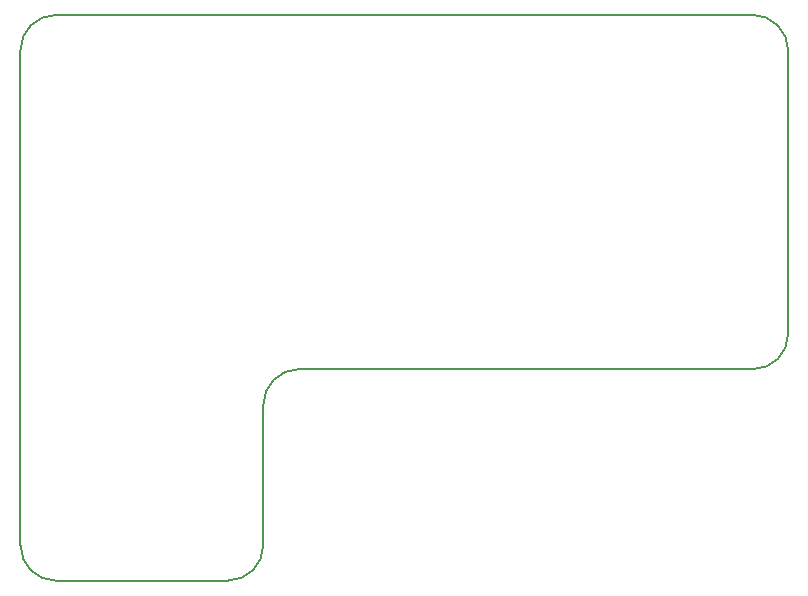
<source format=gko>
G04*
G04 #@! TF.GenerationSoftware,Altium Limited,Altium Designer,18.1.9 (240)*
G04*
G04 Layer_Color=16711935*
%FSAX25Y25*%
%MOIN*%
G70*
G01*
G75*
%ADD14C,0.00787*%
D14*
X0406032Y0415831D02*
G03*
X0394220Y0404020I0000000J-0011811D01*
G01*
X0650126D02*
G03*
X0638315Y0415831I-0011811J0000000D01*
G01*
Y0297721D02*
G03*
X0650126Y0309531I0000000J0011811D01*
G01*
X0487008Y0297736D02*
G03*
X0475197Y0285925I0000000J-0011811D01*
G01*
X0463386Y0227264D02*
G03*
X0475197Y0239075I0000000J0011811D01*
G01*
X0394220Y0239075D02*
G03*
X0406032Y0227264I0011811J0000000D01*
G01*
X0394220Y0239075D02*
Y0404020D01*
X0406032Y0415831D02*
Y0415831D01*
X0638315Y0415831D01*
X0650126Y0309531D02*
Y0404020D01*
X0487008Y0297721D02*
X0638315Y0297721D01*
X0487008Y0297721D02*
Y0297736D01*
X0475197Y0239075D02*
Y0285925D01*
X0475197Y0239075D02*
X0475197Y0239075D01*
X0463386Y0227264D02*
Y0227264D01*
X0406032D02*
X0463386D01*
M02*

</source>
